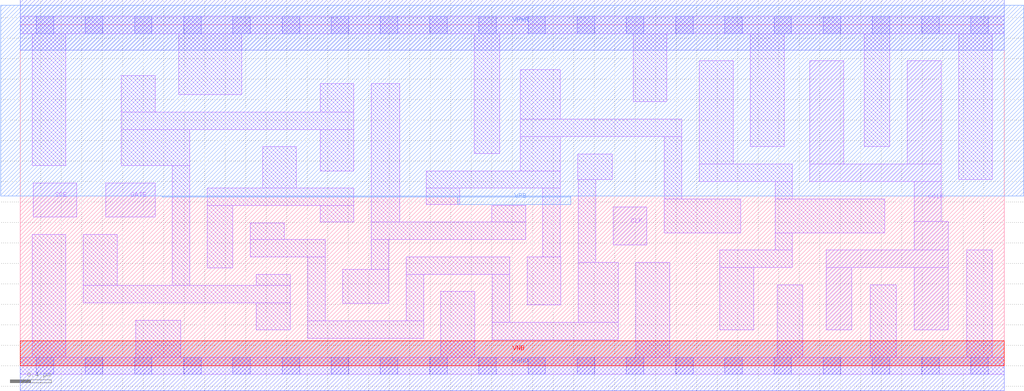
<source format=lef>
# Copyright 2020 The SkyWater PDK Authors
#
# Licensed under the Apache License, Version 2.0 (the "License");
# you may not use this file except in compliance with the License.
# You may obtain a copy of the License at
#
#     https://www.apache.org/licenses/LICENSE-2.0
#
# Unless required by applicable law or agreed to in writing, software
# distributed under the License is distributed on an "AS IS" BASIS,
# WITHOUT WARRANTIES OR CONDITIONS OF ANY KIND, either express or implied.
# See the License for the specific language governing permissions and
# limitations under the License.
#
# SPDX-License-Identifier: Apache-2.0

VERSION 5.7 ;
  NOWIREEXTENSIONATPIN ON ;
  DIVIDERCHAR "/" ;
  BUSBITCHARS "[]" ;
MACRO sky130_fd_sc_ls__sdlclkp_4
  CLASS CORE ;
  FOREIGN sky130_fd_sc_ls__sdlclkp_4 ;
  ORIGIN  0.000000  0.000000 ;
  SIZE  9.600000 BY  3.330000 ;
  SYMMETRY X Y ;
  SITE unit ;
  PIN GATE
    ANTENNAGATEAREA  0.208500 ;
    DIRECTION INPUT ;
    USE SIGNAL ;
    PORT
      LAYER li1 ;
        RECT 0.835000 1.455000 1.315000 1.785000 ;
    END
  END GATE
  PIN GCLK
    ANTENNADIFFAREA  1.319400 ;
    DIRECTION OUTPUT ;
    USE SIGNAL ;
    PORT
      LAYER li1 ;
        RECT 7.705000 1.800000 8.985000 1.970000 ;
        RECT 7.705000 1.970000 8.035000 2.980000 ;
        RECT 7.865000 0.350000 8.115000 0.960000 ;
        RECT 7.865000 0.960000 9.055000 1.130000 ;
        RECT 8.655000 1.970000 8.985000 2.980000 ;
        RECT 8.725000 0.350000 9.055000 0.960000 ;
        RECT 8.725000 1.130000 9.055000 1.410000 ;
        RECT 8.725000 1.410000 8.985000 1.800000 ;
    END
  END GCLK
  PIN SCE
    ANTENNAGATEAREA  0.208500 ;
    DIRECTION INPUT ;
    USE SIGNAL ;
    PORT
      LAYER li1 ;
        RECT 0.125000 1.455000 0.550000 1.785000 ;
    END
  END SCE
  PIN CLK
    ANTENNAGATEAREA  0.516000 ;
    DIRECTION INPUT ;
    USE CLOCK ;
    PORT
      LAYER li1 ;
        RECT 5.785000 1.180000 6.115000 1.550000 ;
    END
  END CLK
  PIN VGND
    DIRECTION INOUT ;
    SHAPE ABUTMENT ;
    USE GROUND ;
    PORT
      LAYER met1 ;
        RECT 0.000000 -0.245000 9.600000 0.245000 ;
    END
  END VGND
  PIN VNB
    DIRECTION INOUT ;
    USE GROUND ;
    PORT
      LAYER pwell ;
        RECT 0.000000 0.000000 9.600000 0.245000 ;
    END
  END VNB
  PIN VPB
    DIRECTION INOUT ;
    USE POWER ;
    PORT
      LAYER nwell ;
        RECT -0.190000 1.660000 9.790000 3.520000 ;
        RECT  1.385000 1.650000 5.370000 1.660000 ;
        RECT  4.270000 1.575000 5.370000 1.650000 ;
    END
  END VPB
  PIN VPWR
    DIRECTION INOUT ;
    SHAPE ABUTMENT ;
    USE POWER ;
    PORT
      LAYER met1 ;
        RECT 0.000000 3.085000 9.600000 3.575000 ;
    END
  END VPWR
  OBS
    LAYER li1 ;
      RECT 0.000000 -0.085000 9.600000 0.085000 ;
      RECT 0.000000  3.245000 9.600000 3.415000 ;
      RECT 0.115000  0.085000 0.445000 1.285000 ;
      RECT 0.115000  1.955000 0.445000 3.245000 ;
      RECT 0.615000  0.615000 2.635000 0.785000 ;
      RECT 0.615000  0.785000 0.945000 1.285000 ;
      RECT 0.985000  1.955000 1.655000 2.310000 ;
      RECT 0.985000  2.310000 3.255000 2.480000 ;
      RECT 0.985000  2.480000 1.315000 2.835000 ;
      RECT 1.125000  0.085000 1.565000 0.445000 ;
      RECT 1.485000  0.785000 1.655000 1.955000 ;
      RECT 1.545000  2.650000 2.160000 3.245000 ;
      RECT 1.825000  0.955000 2.075000 1.565000 ;
      RECT 1.825000  1.565000 3.255000 1.735000 ;
      RECT 2.245000  1.065000 2.975000 1.235000 ;
      RECT 2.245000  1.235000 2.575000 1.395000 ;
      RECT 2.305000  0.350000 2.635000 0.615000 ;
      RECT 2.305000  0.785000 2.635000 0.895000 ;
      RECT 2.365000  1.735000 2.695000 2.140000 ;
      RECT 2.805000  0.270000 3.935000 0.440000 ;
      RECT 2.805000  0.440000 2.975000 1.065000 ;
      RECT 2.925000  1.405000 3.255000 1.565000 ;
      RECT 2.925000  1.905000 3.255000 2.310000 ;
      RECT 2.925000  2.480000 3.255000 2.755000 ;
      RECT 3.145000  0.610000 3.595000 0.940000 ;
      RECT 3.425000  0.940000 3.595000 1.235000 ;
      RECT 3.425000  1.235000 4.930000 1.405000 ;
      RECT 3.425000  1.405000 3.705000 2.755000 ;
      RECT 3.765000  0.440000 3.935000 0.895000 ;
      RECT 3.765000  0.895000 4.775000 1.065000 ;
      RECT 3.960000  1.575000 4.290000 1.735000 ;
      RECT 3.960000  1.735000 5.270000 1.905000 ;
      RECT 4.105000  0.085000 4.435000 0.725000 ;
      RECT 4.430000  2.075000 4.680000 3.245000 ;
      RECT 4.600000  1.405000 4.930000 1.565000 ;
      RECT 4.605000  0.255000 5.835000 0.425000 ;
      RECT 4.605000  0.425000 4.775000 0.895000 ;
      RECT 4.880000  1.905000 5.270000 2.240000 ;
      RECT 4.880000  2.240000 6.455000 2.410000 ;
      RECT 4.880000  2.410000 5.270000 2.895000 ;
      RECT 4.945000  0.595000 5.275000 1.065000 ;
      RECT 5.100000  1.065000 5.270000 1.735000 ;
      RECT 5.440000  1.820000 5.775000 2.070000 ;
      RECT 5.445000  0.425000 5.835000 1.010000 ;
      RECT 5.445000  1.010000 5.615000 1.820000 ;
      RECT 5.980000  2.580000 6.310000 3.245000 ;
      RECT 6.005000  0.085000 6.335000 1.010000 ;
      RECT 6.285000  1.300000 7.030000 1.630000 ;
      RECT 6.285000  1.630000 6.455000 2.240000 ;
      RECT 6.625000  1.800000 7.535000 1.970000 ;
      RECT 6.625000  1.970000 6.955000 2.980000 ;
      RECT 6.825000  0.350000 7.155000 0.960000 ;
      RECT 6.825000  0.960000 7.535000 1.130000 ;
      RECT 7.125000  2.140000 7.455000 3.245000 ;
      RECT 7.365000  1.130000 7.535000 1.300000 ;
      RECT 7.365000  1.300000 8.435000 1.630000 ;
      RECT 7.365000  1.630000 7.535000 1.800000 ;
      RECT 7.385000  0.085000 7.635000 0.790000 ;
      RECT 8.235000  2.140000 8.485000 3.245000 ;
      RECT 8.295000  0.085000 8.545000 0.790000 ;
      RECT 9.155000  1.820000 9.485000 3.245000 ;
      RECT 9.235000  0.085000 9.485000 1.130000 ;
    LAYER mcon ;
      RECT 0.155000 -0.085000 0.325000 0.085000 ;
      RECT 0.155000  3.245000 0.325000 3.415000 ;
      RECT 0.635000 -0.085000 0.805000 0.085000 ;
      RECT 0.635000  3.245000 0.805000 3.415000 ;
      RECT 1.115000 -0.085000 1.285000 0.085000 ;
      RECT 1.115000  3.245000 1.285000 3.415000 ;
      RECT 1.595000 -0.085000 1.765000 0.085000 ;
      RECT 1.595000  3.245000 1.765000 3.415000 ;
      RECT 2.075000 -0.085000 2.245000 0.085000 ;
      RECT 2.075000  3.245000 2.245000 3.415000 ;
      RECT 2.555000 -0.085000 2.725000 0.085000 ;
      RECT 2.555000  3.245000 2.725000 3.415000 ;
      RECT 3.035000 -0.085000 3.205000 0.085000 ;
      RECT 3.035000  3.245000 3.205000 3.415000 ;
      RECT 3.515000 -0.085000 3.685000 0.085000 ;
      RECT 3.515000  3.245000 3.685000 3.415000 ;
      RECT 3.995000 -0.085000 4.165000 0.085000 ;
      RECT 3.995000  3.245000 4.165000 3.415000 ;
      RECT 4.475000 -0.085000 4.645000 0.085000 ;
      RECT 4.475000  3.245000 4.645000 3.415000 ;
      RECT 4.955000 -0.085000 5.125000 0.085000 ;
      RECT 4.955000  3.245000 5.125000 3.415000 ;
      RECT 5.435000 -0.085000 5.605000 0.085000 ;
      RECT 5.435000  3.245000 5.605000 3.415000 ;
      RECT 5.915000 -0.085000 6.085000 0.085000 ;
      RECT 5.915000  3.245000 6.085000 3.415000 ;
      RECT 6.395000 -0.085000 6.565000 0.085000 ;
      RECT 6.395000  3.245000 6.565000 3.415000 ;
      RECT 6.875000 -0.085000 7.045000 0.085000 ;
      RECT 6.875000  3.245000 7.045000 3.415000 ;
      RECT 7.355000 -0.085000 7.525000 0.085000 ;
      RECT 7.355000  3.245000 7.525000 3.415000 ;
      RECT 7.835000 -0.085000 8.005000 0.085000 ;
      RECT 7.835000  3.245000 8.005000 3.415000 ;
      RECT 8.315000 -0.085000 8.485000 0.085000 ;
      RECT 8.315000  3.245000 8.485000 3.415000 ;
      RECT 8.795000 -0.085000 8.965000 0.085000 ;
      RECT 8.795000  3.245000 8.965000 3.415000 ;
      RECT 9.275000 -0.085000 9.445000 0.085000 ;
      RECT 9.275000  3.245000 9.445000 3.415000 ;
  END
END sky130_fd_sc_ls__sdlclkp_4
END LIBRARY

</source>
